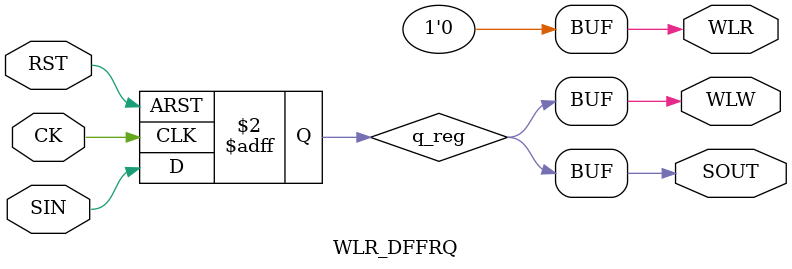
<source format=v>

module DFFQ (
  input CK, // Clock Input
  input D, // Data Input
  output Q // Q output
);
//------------Internal Variables--------
reg q_reg;

//-------------Code Starts Here---------
always @ (posedge CK) begin 
  q_reg <= D;
end

assign Q = q_reg;

endmodule //End Of Module

//-----------------------------------------------------
// Function    : A native D-type flip-flop
//-----------------------------------------------------
module DFF (
  input CK, // Clock Input
  input D, // Data Input
  output Q, // Q output
  output QN // QB output
);
//------------Internal Variables--------
reg q_reg;

//-------------Code Starts Here---------
always @ (posedge CK) begin 
  q_reg <= D;
end

assign Q = q_reg;
assign QN = ~q_reg;

endmodule //End Of Module

//-----------------------------------------------------
// Function    : D-type flip-flop with 
//               - single output
//               - asynchronous active high reset
//-----------------------------------------------------
module DFFRQ (
  input RST, // Reset input
  input CK, // Clock Input
  input D, // Data Input
  output Q // Q output
);
//------------Internal Variables--------
reg q_reg;

//-------------Code Starts Here---------
always @ ( posedge CK or posedge RST)
if (RST) begin
  q_reg <= 1'b0;
end else begin
  q_reg <= D;
end

assign Q = q_reg;

endmodule //End Of Module


//-----------------------------------------------------
// Function    : D-type flip-flop with 
//               - asynchronous active high reset
//-----------------------------------------------------
module DFFR (
  input RST, // Reset input
  input CK, // Clock Input
  input D, // Data Input
  output Q, // Q output
  output QN // QB output
);
//------------Internal Variables--------
reg q_reg;

//-------------Code Starts Here---------
always @ ( posedge CK or posedge RST)
if (RST) begin
  q_reg <= 1'b0;
end else begin
  q_reg <= D;
end

assign Q = q_reg;
assign QN = ~q_reg;

endmodule //End Of Module

//-----------------------------------------------------
// Function    : D-type flip-flop with 
//               - asynchronous active low reset
//-----------------------------------------------------
module DFFRN (
  input RSTN, // Reset input
  input CK, // Clock Input
  input D, // Data Input
  output Q, // Q output
  output QN // QB output
);
//------------Internal Variables--------
reg q_reg;

//-------------Code Starts Here---------
always @ ( posedge CK or negedge RSTN)
if (~RSTN) begin
  q_reg <= 1'b0;
end else begin
  q_reg <= D;
end

assign Q = q_reg;
assign QN = ~q_reg;

endmodule //End Of Module


//-----------------------------------------------------
// Function    : D-type flip-flop with 
//               - asynchronous active high set
//-----------------------------------------------------
module DFFS (
  input SET, // Set input
  input CK, // Clock Input
  input D, // Data Input
  output Q, // Q output
  output QN // QB output
);
//------------Internal Variables--------
reg q_reg;

//-------------Code Starts Here---------
always @ ( posedge CK or posedge SET)
if (SET) begin
  q_reg <= 1'b1;
end else begin
  q_reg <= D;
end

assign Q = q_reg;
assign QN = ~q_reg;

endmodule //End Of Module

//-----------------------------------------------------
// Function    : D-type flip-flop with 
//               - asynchronous active low set
//-----------------------------------------------------
module DFFSN (
  input SETN, // Set input
  input CK, // Clock Input
  input D, // Data Input
  output Q, // Q output
  output QN // QB output
);
//------------Internal Variables--------
reg q_reg;

//-------------Code Starts Here---------
always @ ( posedge CK or negedge SETN)
if (~SETN) begin
  q_reg <= 1'b1;
end else begin
  q_reg <= D;
end

assign Q = q_reg;
assign QN = ~q_reg;

endmodule //End Of Module


//-----------------------------------------------------
// Function    : D-type flip-flop with 
//               - asynchronous active high reset
//               - asynchronous active high set
//-----------------------------------------------------
module DFFSR (
  input SET, // set input
  input RST, // Reset input
  input CK, // Clock Input
  input D, // Data Input
  output Q, // Q output
  output QN // QB output
);
//------------Internal Variables--------
reg q_reg;

//-------------Code Starts Here---------
always @ ( posedge CK or posedge RST or posedge SET)
if (RST) begin
  q_reg <= 1'b0;
end else if (SET) begin
  q_reg <= 1'b1;
end else begin
  q_reg <= D;
end

assign Q = q_reg;
assign QN = ~q_reg;

endmodule //End Of Module

//-----------------------------------------------------
// Function    : D-type flip-flop with 
//               - asynchronous active high reset
//               - asynchronous active high set
//-----------------------------------------------------
module DFFSRQ (
  input SET, // set input
  input RST, // Reset input
  input CK, // Clock Input
  input D, // Data Input
  output Q // Q output
);
//------------Internal Variables--------
reg q_reg;

//-------------Code Starts Here---------
always @ ( posedge CK or posedge RST or posedge SET)
if (RST) begin
  q_reg <= 1'b0;
end else if (SET) begin
  q_reg <= 1'b1;
end else begin
  q_reg <= D;
end

assign Q = q_reg;

endmodule //End Of Module

//-----------------------------------------------------
// Function : A multi-functional D-type flip-flop with 
//           - asynchronous reset 
//             which can be switched between active-low and active high
//           - asynchronous set 
//             which can be switched between active-low and active high
//-----------------------------------------------------
module MULTI_MODE_DFFSRQ (
  input SET, // Set input
  input RST, // Reset input
  input CK, // Clock Input
  input D, // Data Input
  output Q, // Q output
  input [0:1] mode // mode-selection bits: bit0 for reset polarity; bit1 for set polarity
);

wire post_set = mode[1] ? ~SET : SET;
wire post_reset = mode[0] ? ~RST : RST;

DFFSRQ FF_CORE (.SET(post_set),
                .RST(post_rst),
                .CK(CK),
                .D(D),
                .Q(Q)
               );

endmodule //End Of Module

//-----------------------------------------------------
// Function : A multi-functional D-type flip-flop with 
//           - asynchronous reset 
//             which can be switched between active-low and active high
//-----------------------------------------------------
module MULTI_MODE_DFFRQ (
  input RST, // Reset input
  input CK, // Clock Input
  input D, // Data Input
  output Q, // Q output
  input mode // mode-selection bits: bit0 for reset polarity; bit1 for set polarity
);

wire post_reset = mode ? ~RST : RST;

DFFRQ FF_CORE (.RST(post_rst),
               .CK(CK),
               .D(D),
               .Q(Q)
               );

endmodule //End Of Module

//-----------------------------------------------------
// Function    : D-type flip-flop with 
//               - asynchronous active high reset
//               - asynchronous active high set
//               - scan-chain input
//               - a scan-chain enable 
//-----------------------------------------------------
module SDFFSR (
  input SET, // Set input
  input RST, // Reset input
  input CK, // Clock Input
  input SE, // Scan-chain Enable
  input D, // Data Input
  input SI, // Scan-chain input
  output Q, // Q output
  output QN // Q negative output
);
//------------Internal Variables--------
reg q_reg;

//-------------Code Starts Here---------
always @ ( posedge CK or posedge RST or posedge SET)
if (RST) begin
  q_reg <= 1'b0;
end else if (SET) begin
  q_reg <= 1'b1;
end else if (SE) begin
  q_reg <= SI;
end else begin
  q_reg <= D;
end

assign Q = q_reg;
assign QN = !Q;

endmodule //End Of Module

//-----------------------------------------------------
// Function    : D-type flip-flop with 
//               - asynchronous active high reset
//               - scan-chain input
//               - a scan-chain enable 
//-----------------------------------------------------
module SDFFRQ (
  input RST, // Reset input
  input CK, // Clock Input
  input SE, // Scan-chain Enable
  input D, // Data Input
  input SI, // Scan-chain input
  output Q // Q output
);
//------------Internal Variables--------
reg q_reg;

//-------------Code Starts Here---------
always @ ( posedge CK or posedge RST)
if (RST) begin
  q_reg <= 1'b0;
end else if (SE) begin
  q_reg <= SI;
end else begin
  q_reg <= D;
end

assign Q = q_reg;

endmodule //End Of Module

//-----------------------------------------------------
// Function    : D-type flip-flop with 
//               - asynchronous active high reset
//               - asynchronous active high set
//               - scan-chain input
//               - a scan-chain enable 
//-----------------------------------------------------
module SDFFSRQ (
  input SET, // Set input
  input RST, // Reset input
  input CK, // Clock Input
  input SE, // Scan-chain Enable
  input D, // Data Input
  input SI, // Scan-chain input
  output Q // Q output
);
//------------Internal Variables--------
reg q_reg;

//-------------Code Starts Here---------
always @ ( posedge CK or posedge RST or posedge SET)
if (RST) begin
  q_reg <= 1'b0;
end else if (SET) begin
  q_reg <= 1'b1;
end else if (SE) begin
  q_reg <= SI;
end else begin
  q_reg <= D;
end

assign Q = q_reg;

endmodule //End Of Module

//-----------------------------------------------------
// Function    : D-type flip-flop with 
//               - asynchronous active high reset
//               - scan-chain input
//               - a scan-chain enable 
//               - a configure enable, when enabled the registered output will
//               be released to the Q
//-----------------------------------------------------
module CFGSDFFR (
  input RST, // Reset input
  input CK, // Clock Input
  input SE, // Scan-chain Enable
  input D, // Data Input
  input SI, // Scan-chain input
  input CFGE, // Configure enable
  output Q, // Regular Q output
  output CFGQ, // Data Q output which is released when configure enable is activated
  output CFGQN // Data Qb output which is released when configure enable is activated
);
//------------Internal Variables--------
reg q_reg;
wire QN;

//-------------Code Starts Here---------
always @ ( posedge CK or posedge RST)
if (RST) begin
  q_reg <= 1'b0;
end else if (SE) begin
  q_reg <= SI;
end else begin
  q_reg <= D;
end

assign CFGQ = CFGE ? Q : 1'b0;
assign CFGQN = CFGE ? QN : 1'b1;

assign Q = q_reg;
assign QN = !Q;

endmodule //End Of Module

//-----------------------------------------------------
// Function    : D-type flip-flop with 
//               - asynchronous active high reset
// @note This DFF is designed to drive BLs when shift registers are used
//-----------------------------------------------------
module BL_DFFRQ (
  input RST, // Reset input
  input CK, // Clock Input
  input SIN, // Data Input
  output SOUT, // Q output
  output BL // BL output
);
//------------Internal Variables--------
reg q_reg;

//-------------Code Starts Here---------
always @ ( posedge CK or posedge RST)
if (RST) begin
  q_reg <= 1'b0;
end else begin
  q_reg <= SIN;
end

assign SOUT = q_reg;
assign BL = q_reg;

endmodule //End Of Module

//-----------------------------------------------------
// Function    : D-type flip-flop with 
//               - asynchronous active high reset
// @note This DFF is designed to drive WLs when shift registers are used
//-----------------------------------------------------
module WL_DFFRQ (
  input RST, // Reset input
  input CK, // Clock Input
  input SIN, // Data Input
  output SOUT, // Q output
  output WLW // Drive WL write signals
);
//------------Internal Variables--------
reg q_reg;

//-------------Code Starts Here---------
always @ ( posedge CK or posedge RST)
if (RST) begin
  q_reg <= 1'b0;
end else begin
  q_reg <= SIN;
end

assign SOUT = q_reg;
assign WLW = q_reg;

endmodule //End Of Module

//-----------------------------------------------------
// Function    : D-type flip-flop with 
//               - asynchronous active high reset
// @note This DFF is designed to drive WLs and WLRs when shift registers are used
//-----------------------------------------------------
module WLR_DFFRQ (
  input RST, // Reset input
  input CK, // Clock Input
  input SIN, // Data Input
  output SOUT, // Q output
  output WLW, // Drive WL write signals
  output WLR // Drive WL read signals
);
//------------Internal Variables--------
reg q_reg;

//-------------Code Starts Here---------
always @ ( posedge CK or posedge RST)
if (RST) begin
  q_reg <= 1'b0;
end else begin
  q_reg <= SIN;
end

assign SOUT = q_reg;
assign WLW = q_reg;
assign WLR = 1'b0; // Use a constant output just for simple testing

endmodule //End Of Module

</source>
